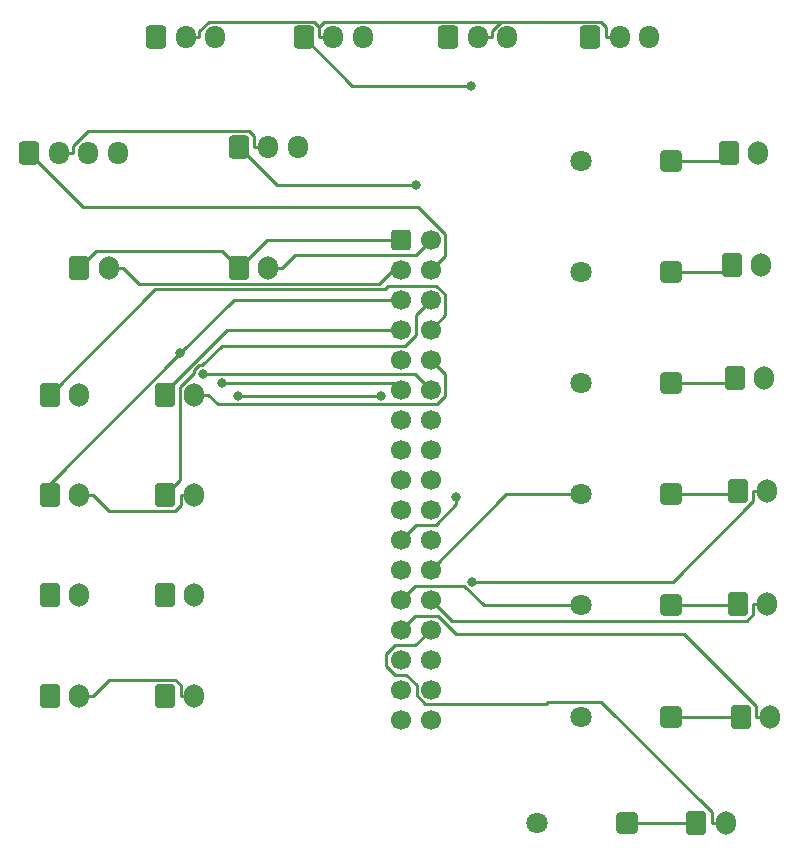
<source format=gbr>
%TF.GenerationSoftware,KiCad,Pcbnew,9.0.4*%
%TF.CreationDate,2025-11-16T16:02:53+10:00*%
%TF.ProjectId,Jet Ranger Auto Pilot Audio,4a657420-5261-46e6-9765-72204175746f,rev?*%
%TF.SameCoordinates,Original*%
%TF.FileFunction,Copper,L2,Bot*%
%TF.FilePolarity,Positive*%
%FSLAX46Y46*%
G04 Gerber Fmt 4.6, Leading zero omitted, Abs format (unit mm)*
G04 Created by KiCad (PCBNEW 9.0.4) date 2025-11-16 16:02:53*
%MOMM*%
%LPD*%
G01*
G04 APERTURE LIST*
G04 Aperture macros list*
%AMRoundRect*
0 Rectangle with rounded corners*
0 $1 Rounding radius*
0 $2 $3 $4 $5 $6 $7 $8 $9 X,Y pos of 4 corners*
0 Add a 4 corners polygon primitive as box body*
4,1,4,$2,$3,$4,$5,$6,$7,$8,$9,$2,$3,0*
0 Add four circle primitives for the rounded corners*
1,1,$1+$1,$2,$3*
1,1,$1+$1,$4,$5*
1,1,$1+$1,$6,$7*
1,1,$1+$1,$8,$9*
0 Add four rect primitives between the rounded corners*
20,1,$1+$1,$2,$3,$4,$5,0*
20,1,$1+$1,$4,$5,$6,$7,0*
20,1,$1+$1,$6,$7,$8,$9,0*
20,1,$1+$1,$8,$9,$2,$3,0*%
G04 Aperture macros list end*
%TA.AperFunction,ComponentPad*%
%ADD10RoundRect,0.250000X-0.600000X-0.750000X0.600000X-0.750000X0.600000X0.750000X-0.600000X0.750000X0*%
%TD*%
%TA.AperFunction,ComponentPad*%
%ADD11O,1.700000X2.000000*%
%TD*%
%TA.AperFunction,ComponentPad*%
%ADD12RoundRect,0.250000X0.650000X0.650000X-0.650000X0.650000X-0.650000X-0.650000X0.650000X-0.650000X0*%
%TD*%
%TA.AperFunction,ComponentPad*%
%ADD13C,1.800000*%
%TD*%
%TA.AperFunction,ComponentPad*%
%ADD14RoundRect,0.250000X-0.600000X-0.725000X0.600000X-0.725000X0.600000X0.725000X-0.600000X0.725000X0*%
%TD*%
%TA.AperFunction,ComponentPad*%
%ADD15O,1.700000X1.950000*%
%TD*%
%TA.AperFunction,ComponentPad*%
%ADD16RoundRect,0.250000X-0.600000X-0.600000X0.600000X-0.600000X0.600000X0.600000X-0.600000X0.600000X0*%
%TD*%
%TA.AperFunction,ComponentPad*%
%ADD17C,1.700000*%
%TD*%
%TA.AperFunction,ViaPad*%
%ADD18C,0.800000*%
%TD*%
%TA.AperFunction,Conductor*%
%ADD19C,0.250000*%
%TD*%
G04 APERTURE END LIST*
D10*
%TO.P,SW7,1,1*%
%TO.N,Net-(D2-K)*%
X153250000Y-112100000D03*
D11*
%TO.P,SW7,2,2*%
%TO.N,ROW1*%
X155750000Y-112100000D03*
%TD*%
D10*
%TO.P,SW10,1,1*%
%TO.N,Net-(D9-K)*%
X153500000Y-131200000D03*
D11*
%TO.P,SW10,2,2*%
%TO.N,ROW0*%
X156000000Y-131200000D03*
%TD*%
D10*
%TO.P,D12,1,A*%
%TO.N,/ANNODE_01*%
X105000000Y-122000000D03*
D11*
%TO.P,D12,2,K*%
%TO.N,/CATHODE_01*%
X107500000Y-122000000D03*
%TD*%
D10*
%TO.P,J2,1,Pin_1*%
%TO.N,/+12v-IN*%
X111250000Y-102750000D03*
D11*
%TO.P,J2,2,Pin_2*%
%TO.N,/BACKLIGHT_PANELS*%
X113750000Y-102750000D03*
%TD*%
D12*
%TO.P,D4,1,K*%
%TO.N,Net-(D4-K)*%
X147870000Y-121950000D03*
D13*
%TO.P,D4,2,A*%
%TO.N,COL1*%
X140250000Y-121950000D03*
%TD*%
D10*
%TO.P,D6,1,A*%
%TO.N,/ANNODE_02*%
X95250000Y-130500000D03*
D11*
%TO.P,D6,2,K*%
%TO.N,/CATHODE_00*%
X97750000Y-130500000D03*
%TD*%
D14*
%TO.P,SW2,1,A*%
%TO.N,/ALT_A*%
X129000000Y-83250000D03*
D15*
%TO.P,SW2,2,C*%
%TO.N,GND*%
X131500000Y-83250000D03*
%TO.P,SW2,3,B*%
%TO.N,/ALT_B*%
X134000000Y-83250000D03*
%TD*%
D10*
%TO.P,D8,1,A*%
%TO.N,/ANNODE_00*%
X105000000Y-139000000D03*
D11*
%TO.P,D8,2,K*%
%TO.N,/CATHODE_00*%
X107500000Y-139000000D03*
%TD*%
D10*
%TO.P,SW8,1,1*%
%TO.N,Net-(D3-K)*%
X153000000Y-102550000D03*
D11*
%TO.P,SW8,2,2*%
%TO.N,ROW2*%
X155500000Y-102550000D03*
%TD*%
D10*
%TO.P,SW11,1,1*%
%TO.N,Net-(D10-K)*%
X153750000Y-140750000D03*
D11*
%TO.P,SW11,2,2*%
%TO.N,ROW1*%
X156250000Y-140750000D03*
%TD*%
D16*
%TO.P,J3,1,Pin_1*%
%TO.N,/+12v-IN*%
X124960000Y-100380000D03*
D17*
%TO.P,J3,2,Pin_2*%
%TO.N,/BACKLIGHT_PANELS*%
X127500000Y-100380000D03*
%TO.P,J3,3,Pin_3*%
%TO.N,/AP_MAG_SWITCH_COIL*%
X124960000Y-102920000D03*
%TO.P,J3,4,Pin_4*%
%TO.N,+3.3V*%
X127500000Y-102920000D03*
%TO.P,J3,5,Pin_5*%
%TO.N,/ANNODE_00*%
X124960000Y-105460000D03*
%TO.P,J3,6,Pin_6*%
%TO.N,/ANNODE_01*%
X127500000Y-105460000D03*
%TO.P,J3,7,Pin_7*%
%TO.N,/ANNODE_02*%
X124960000Y-108000000D03*
%TO.P,J3,8,Pin_8*%
%TO.N,/ANNODE_03*%
X127500000Y-108000000D03*
%TO.P,J3,9,Pin_9*%
%TO.N,/CATHODE_00*%
X124960000Y-110540000D03*
%TO.P,J3,10,Pin_10*%
%TO.N,/CATHODE_01*%
X127500000Y-110540000D03*
%TO.P,J3,11,Pin_11*%
%TO.N,AP_OLED_SC*%
X124960000Y-113080000D03*
%TO.P,J3,12,Pin_12*%
%TO.N,AP_OLED_SD*%
X127500000Y-113080000D03*
%TO.P,J3,13,Pin_13*%
%TO.N,GND*%
X124960000Y-115620000D03*
%TO.P,J3,14,Pin_14*%
%TO.N,/CRS_A*%
X127500000Y-115620000D03*
%TO.P,J3,15,Pin_15*%
%TO.N,/CRS_B*%
X124960000Y-118160000D03*
%TO.P,J3,16,Pin_16*%
%TO.N,/ALT_A*%
X127500000Y-118160000D03*
%TO.P,J3,17,Pin_17*%
%TO.N,/ALT_B*%
X124960000Y-120700000D03*
%TO.P,J3,18,Pin_18*%
%TO.N,/VS_B*%
X127500000Y-120700000D03*
%TO.P,J3,19,Pin_19*%
%TO.N,/VS_A*%
X124960000Y-123240000D03*
%TO.P,J3,20,Pin_20*%
%TO.N,/HDG_B*%
X127500000Y-123240000D03*
%TO.P,J3,21,Pin_21*%
%TO.N,/HDG_A*%
X124960000Y-125780000D03*
%TO.P,J3,22,Pin_22*%
%TO.N,/IAS_A*%
X127500000Y-125780000D03*
%TO.P,J3,23,Pin_23*%
%TO.N,/IAS_B*%
X124960000Y-128320000D03*
%TO.P,J3,24,Pin_24*%
%TO.N,COL1*%
X127500000Y-128320000D03*
%TO.P,J3,25,Pin_25*%
%TO.N,COL2*%
X124960000Y-130860000D03*
%TO.P,J3,26,Pin_26*%
%TO.N,ROW0*%
X127500000Y-130860000D03*
%TO.P,J3,27,Pin_27*%
%TO.N,ROW1*%
X124960000Y-133400000D03*
%TO.P,J3,28,Pin_28*%
%TO.N,ROW2*%
X127500000Y-133400000D03*
%TO.P,J3,29,Pin_29*%
%TO.N,ROW3*%
X124960000Y-135940000D03*
%TO.P,J3,30,Pin_30*%
%TO.N,unconnected-(J3-Pin_30-Pad30)*%
X127500000Y-135940000D03*
%TO.P,J3,31,Pin_31*%
%TO.N,unconnected-(J3-Pin_31-Pad31)*%
X124960000Y-138480000D03*
%TO.P,J3,32,Pin_32*%
%TO.N,unconnected-(J3-Pin_32-Pad32)*%
X127500000Y-138480000D03*
%TO.P,J3,33,Pin_33*%
%TO.N,unconnected-(J3-Pin_33-Pad33)*%
X124960000Y-141020000D03*
%TO.P,J3,34,Pin_34*%
%TO.N,unconnected-(J3-Pin_34-Pad34)*%
X127500000Y-141020000D03*
%TD*%
D10*
%TO.P,SW12,1,1*%
%TO.N,Net-(D11-K)*%
X150000000Y-149750000D03*
D11*
%TO.P,SW12,2,2*%
%TO.N,ROW2*%
X152500000Y-149750000D03*
%TD*%
D14*
%TO.P,SW5,1,A*%
%TO.N,/HDG_A*%
X116750000Y-83250000D03*
D15*
%TO.P,SW5,2,C*%
%TO.N,GND*%
X119250000Y-83250000D03*
%TO.P,SW5,3,B*%
%TO.N,/HDG_B*%
X121750000Y-83250000D03*
%TD*%
D12*
%TO.P,D2,1,K*%
%TO.N,Net-(D2-K)*%
X147870000Y-112550000D03*
D13*
%TO.P,D2,2,A*%
%TO.N,COL1*%
X140250000Y-112550000D03*
%TD*%
D10*
%TO.P,D14,1,A*%
%TO.N,/ANNODE_03*%
X95250000Y-113500000D03*
D11*
%TO.P,D14,2,K*%
%TO.N,/CATHODE_01*%
X97750000Y-113500000D03*
%TD*%
D10*
%TO.P,L1,1,-*%
%TO.N,/+12v-IN*%
X97750000Y-102750000D03*
D11*
%TO.P,L1,2,+*%
%TO.N,/AP_MAG_SWITCH_COIL*%
X100250000Y-102750000D03*
%TD*%
D10*
%TO.P,D5,1,A*%
%TO.N,/ANNODE_01*%
X105000000Y-130500000D03*
D11*
%TO.P,D5,2,K*%
%TO.N,/CATHODE_00*%
X107500000Y-130500000D03*
%TD*%
D10*
%TO.P,D15,1,A*%
%TO.N,/ANNODE_00*%
X95250000Y-122000000D03*
D11*
%TO.P,D15,2,K*%
%TO.N,/CATHODE_01*%
X97750000Y-122000000D03*
%TD*%
D14*
%TO.P,J1,1,Pin_1*%
%TO.N,+3.3V*%
X93500000Y-93000000D03*
D15*
%TO.P,J1,2,Pin_2*%
%TO.N,GND*%
X96000000Y-93000000D03*
%TO.P,J1,3,Pin_3*%
%TO.N,AP_OLED_SC*%
X98500000Y-93000000D03*
%TO.P,J1,4,Pin_4*%
%TO.N,AP_OLED_SD*%
X101000000Y-93000000D03*
%TD*%
D12*
%TO.P,D1,1,K*%
%TO.N,Net-(D1-K)*%
X147870000Y-93750000D03*
D13*
%TO.P,D1,2,A*%
%TO.N,COL1*%
X140250000Y-93750000D03*
%TD*%
D10*
%TO.P,SW9,1,1*%
%TO.N,Net-(D4-K)*%
X153500000Y-121650000D03*
D11*
%TO.P,SW9,2,2*%
%TO.N,ROW3*%
X156000000Y-121650000D03*
%TD*%
D12*
%TO.P,D11,1,K*%
%TO.N,Net-(D11-K)*%
X144120000Y-149750000D03*
D13*
%TO.P,D11,2,A*%
%TO.N,COL2*%
X136500000Y-149750000D03*
%TD*%
D12*
%TO.P,D9,1,K*%
%TO.N,Net-(D9-K)*%
X147870000Y-131350000D03*
D13*
%TO.P,D9,2,A*%
%TO.N,COL2*%
X140250000Y-131350000D03*
%TD*%
D10*
%TO.P,D13,1,A*%
%TO.N,/ANNODE_02*%
X105000000Y-113500000D03*
D11*
%TO.P,D13,2,K*%
%TO.N,/CATHODE_01*%
X107500000Y-113500000D03*
%TD*%
D12*
%TO.P,D3,1,K*%
%TO.N,Net-(D3-K)*%
X147870000Y-103150000D03*
D13*
%TO.P,D3,2,A*%
%TO.N,COL1*%
X140250000Y-103150000D03*
%TD*%
D10*
%TO.P,D7,1,A*%
%TO.N,/ANNODE_03*%
X95250000Y-139000000D03*
D11*
%TO.P,D7,2,K*%
%TO.N,/CATHODE_00*%
X97750000Y-139000000D03*
%TD*%
D14*
%TO.P,SW3,1,A*%
%TO.N,/VS_A*%
X104250000Y-83250000D03*
D15*
%TO.P,SW3,2,C*%
%TO.N,GND*%
X106750000Y-83250000D03*
%TO.P,SW3,3,B*%
%TO.N,/VS_B*%
X109250000Y-83250000D03*
%TD*%
D14*
%TO.P,SW1,1,A*%
%TO.N,/CRS_A*%
X111250000Y-92500000D03*
D15*
%TO.P,SW1,2,C*%
%TO.N,GND*%
X113750000Y-92500000D03*
%TO.P,SW1,3,B*%
%TO.N,/CRS_B*%
X116250000Y-92500000D03*
%TD*%
D14*
%TO.P,SW4,1,A*%
%TO.N,/IAS_A*%
X141000000Y-83250000D03*
D15*
%TO.P,SW4,2,C*%
%TO.N,GND*%
X143500000Y-83250000D03*
%TO.P,SW4,3,B*%
%TO.N,/IAS_B*%
X146000000Y-83250000D03*
%TD*%
D12*
%TO.P,D10,1,K*%
%TO.N,Net-(D10-K)*%
X147870000Y-140750000D03*
D13*
%TO.P,D10,2,A*%
%TO.N,COL2*%
X140250000Y-140750000D03*
%TD*%
D10*
%TO.P,SW6,1,A*%
%TO.N,Net-(D1-K)*%
X152750000Y-93000000D03*
D11*
%TO.P,SW6,2,B*%
%TO.N,ROW0*%
X155250000Y-93000000D03*
%TD*%
D18*
%TO.N,ROW3*%
X131031400Y-129367600D03*
%TO.N,/CATHODE_00*%
X123326400Y-113591800D03*
X111147900Y-113591800D03*
%TO.N,/ANNODE_00*%
X106307000Y-109972400D03*
%TO.N,AP_OLED_SC*%
X109865200Y-112554000D03*
%TO.N,AP_OLED_SD*%
X108192300Y-111718000D03*
%TO.N,/CRS_A*%
X126286100Y-95725300D03*
%TO.N,/HDG_A*%
X129631000Y-122123000D03*
X130926200Y-87362500D03*
%TD*%
D19*
%TO.N,Net-(D1-K)*%
X152000000Y-93750000D02*
X152750000Y-93000000D01*
X147870000Y-93750000D02*
X152000000Y-93750000D01*
%TO.N,Net-(D2-K)*%
X152800000Y-112550000D02*
X153250000Y-112100000D01*
X147870000Y-112550000D02*
X152800000Y-112550000D01*
%TO.N,Net-(D3-K)*%
X147870000Y-103150000D02*
X152400000Y-103150000D01*
X152400000Y-103150000D02*
X153000000Y-102550000D01*
%TO.N,Net-(D4-K)*%
X153200000Y-121950000D02*
X153500000Y-121650000D01*
X147870000Y-121950000D02*
X153200000Y-121950000D01*
%TO.N,GND*%
X112573300Y-91617500D02*
X112573300Y-92500000D01*
X112141400Y-91185600D02*
X112573300Y-91617500D01*
X133469000Y-81942900D02*
X132676700Y-82735200D01*
X107926700Y-83250000D02*
X107926700Y-82735200D01*
X108752000Y-81909900D02*
X117615700Y-81909900D01*
X131500000Y-83250000D02*
X132676700Y-83250000D01*
X106750000Y-83250000D02*
X107926700Y-83250000D01*
X97176700Y-93000000D02*
X97176700Y-92485200D01*
X96000000Y-93000000D02*
X97176700Y-93000000D01*
X142323300Y-82367500D02*
X141898700Y-81942900D01*
X107926700Y-82735200D02*
X108752000Y-81909900D01*
X141898700Y-81942900D02*
X133469000Y-81942900D01*
X97176700Y-92485200D02*
X98476300Y-91185600D01*
X119250000Y-83250000D02*
X118073300Y-83250000D01*
X98476300Y-91185600D02*
X112141400Y-91185600D01*
X143500000Y-83250000D02*
X142323300Y-83250000D01*
X117615700Y-81909900D02*
X118073300Y-82367500D01*
X133469000Y-81942900D02*
X118497900Y-81942900D01*
X142323300Y-83250000D02*
X142323300Y-82367500D01*
X113750000Y-92500000D02*
X112573300Y-92500000D01*
X132676700Y-82735200D02*
X132676700Y-83250000D01*
X118073300Y-82367500D02*
X118073300Y-83250000D01*
X118497900Y-81942900D02*
X118073300Y-82367500D01*
%TO.N,ROW0*%
X154262200Y-132643600D02*
X129283600Y-132643600D01*
X154823300Y-132082500D02*
X154262200Y-132643600D01*
X156000000Y-131200000D02*
X154823300Y-131200000D01*
X129283600Y-132643600D02*
X127500000Y-130860000D01*
X154823300Y-131200000D02*
X154823300Y-132082500D01*
%TO.N,ROW1*%
X148974300Y-133768500D02*
X129651200Y-133768500D01*
X156250000Y-140750000D02*
X155073300Y-140750000D01*
X155073300Y-140750000D02*
X155073300Y-139867500D01*
X126150600Y-132209400D02*
X124960000Y-133400000D01*
X129651200Y-133768500D02*
X128092100Y-132209400D01*
X128092100Y-132209400D02*
X126150600Y-132209400D01*
X155073300Y-139867500D02*
X148974300Y-133768500D01*
%TO.N,+3.3V*%
X93500000Y-93000000D02*
X98088400Y-97588400D01*
X98088400Y-97588400D02*
X126419900Y-97588400D01*
X128694200Y-101725800D02*
X127500000Y-102920000D01*
X128694200Y-99862700D02*
X128694200Y-101725800D01*
X126419900Y-97588400D02*
X128694200Y-99862700D01*
%TO.N,ROW2*%
X125419000Y-137210000D02*
X126323300Y-138114300D01*
X126323300Y-138967400D02*
X127012600Y-139656700D01*
X126323300Y-138114300D02*
X126323300Y-138967400D01*
X124491800Y-134705600D02*
X123761600Y-135435800D01*
X123761600Y-136481200D02*
X124490400Y-137210000D01*
X137299700Y-139656700D02*
X137450200Y-139506200D01*
X124490400Y-137210000D02*
X125419000Y-137210000D01*
X141962000Y-139506200D02*
X151323300Y-148867500D01*
X127500000Y-133400000D02*
X126194400Y-134705600D01*
X137450200Y-139506200D02*
X141962000Y-139506200D01*
X127012600Y-139656700D02*
X137299700Y-139656700D01*
X152500000Y-149750000D02*
X151323300Y-149750000D01*
X151323300Y-148867500D02*
X151323300Y-149750000D01*
X126194400Y-134705600D02*
X124491800Y-134705600D01*
X123761600Y-135435800D02*
X123761600Y-136481200D01*
%TO.N,ROW3*%
X156000000Y-121650000D02*
X154823300Y-121650000D01*
X147988200Y-129367600D02*
X154823300Y-122532500D01*
X131031400Y-129367600D02*
X147988200Y-129367600D01*
X154823300Y-122532500D02*
X154823300Y-121650000D01*
%TO.N,/BACKLIGHT_PANELS*%
X127500000Y-100380000D02*
X126229500Y-101650500D01*
X116026200Y-101650500D02*
X114926700Y-102750000D01*
X126229500Y-101650500D02*
X116026200Y-101650500D01*
X113750000Y-102750000D02*
X114926700Y-102750000D01*
%TO.N,/+12v-IN*%
X113620000Y-100380000D02*
X124960000Y-100380000D01*
X109869200Y-101369200D02*
X111250000Y-102750000D01*
X97750000Y-102750000D02*
X99130800Y-101369200D01*
X111250000Y-102750000D02*
X113620000Y-100380000D01*
X99130800Y-101369200D02*
X109869200Y-101369200D01*
%TO.N,COL1*%
X127500000Y-128320000D02*
X133870000Y-121950000D01*
X133870000Y-121950000D02*
X140250000Y-121950000D01*
%TO.N,/CATHODE_00*%
X123326400Y-113591800D02*
X111147900Y-113591800D01*
X97750000Y-139000000D02*
X98926700Y-139000000D01*
X106323300Y-139000000D02*
X106323300Y-138117500D01*
X100260400Y-137666300D02*
X98926700Y-139000000D01*
X105872100Y-137666300D02*
X100260400Y-137666300D01*
X106323300Y-138117500D02*
X105872100Y-137666300D01*
X107500000Y-139000000D02*
X106323300Y-139000000D01*
%TO.N,/ANNODE_01*%
X106307000Y-120693000D02*
X105000000Y-122000000D01*
X106307000Y-112855300D02*
X106307000Y-120693000D01*
X125298900Y-109362000D02*
X109800300Y-109362000D01*
X126230000Y-108430900D02*
X125298900Y-109362000D01*
X107465600Y-111696700D02*
X106307000Y-112855300D01*
X108171000Y-110991300D02*
X107891400Y-110991300D01*
X107465600Y-111417100D02*
X107465600Y-111696700D01*
X109800300Y-109362000D02*
X108171000Y-110991300D01*
X107891400Y-110991300D02*
X107465600Y-111417100D01*
X126230000Y-106730000D02*
X126230000Y-108430900D01*
X127500000Y-105460000D02*
X126230000Y-106730000D01*
%TO.N,/ANNODE_02*%
X110243900Y-108000000D02*
X105000000Y-113243900D01*
X124960000Y-108000000D02*
X110243900Y-108000000D01*
X105000000Y-113243900D02*
X105000000Y-113500000D01*
%TO.N,/ANNODE_03*%
X123927200Y-104271000D02*
X123606700Y-104591500D01*
X104158500Y-104591500D02*
X95250000Y-113500000D01*
X127980200Y-104271000D02*
X123927200Y-104271000D01*
X127500000Y-108000000D02*
X128715500Y-106784500D01*
X128715500Y-106784500D02*
X128715500Y-105006300D01*
X123606700Y-104591500D02*
X104158500Y-104591500D01*
X128715500Y-105006300D02*
X127980200Y-104271000D01*
%TO.N,/ANNODE_00*%
X95250000Y-121029400D02*
X95250000Y-122000000D01*
X110819400Y-105460000D02*
X106307000Y-109972400D01*
X124960000Y-105460000D02*
X110819400Y-105460000D01*
X106307000Y-109972400D02*
X95250000Y-121029400D01*
%TO.N,COL2*%
X124960000Y-130860000D02*
X126151500Y-129668500D01*
X126151500Y-129668500D02*
X130304700Y-129668500D01*
X131986200Y-131350000D02*
X140250000Y-131350000D01*
X130304700Y-129668500D02*
X131986200Y-131350000D01*
%TO.N,Net-(D9-K)*%
X153350000Y-131350000D02*
X153500000Y-131200000D01*
X147870000Y-131350000D02*
X153350000Y-131350000D01*
%TO.N,Net-(D10-K)*%
X147870000Y-140750000D02*
X153750000Y-140750000D01*
%TO.N,Net-(D11-K)*%
X144120000Y-149750000D02*
X150000000Y-149750000D01*
%TO.N,/CATHODE_01*%
X128713500Y-111753500D02*
X127500000Y-110540000D01*
X107500000Y-113500000D02*
X108676700Y-113500000D01*
X128036900Y-114318500D02*
X128713500Y-113641900D01*
X106323300Y-122882500D02*
X106323300Y-122000000D01*
X97750000Y-122000000D02*
X98926700Y-122000000D01*
X105872100Y-123333700D02*
X106323300Y-122882500D01*
X100260400Y-123333700D02*
X105872100Y-123333700D01*
X98926700Y-122000000D02*
X100260400Y-123333700D01*
X107500000Y-122000000D02*
X106323300Y-122000000D01*
X109495200Y-114318500D02*
X128036900Y-114318500D01*
X128713500Y-113641900D02*
X128713500Y-111753500D01*
X108676700Y-113500000D02*
X109495200Y-114318500D01*
%TO.N,AP_OLED_SC*%
X124960000Y-113080000D02*
X124434000Y-112554000D01*
X124434000Y-112554000D02*
X109865200Y-112554000D01*
%TO.N,AP_OLED_SD*%
X126138000Y-111718000D02*
X108192300Y-111718000D01*
X127500000Y-113080000D02*
X126138000Y-111718000D01*
%TO.N,/CRS_A*%
X114475300Y-95725300D02*
X126286100Y-95725300D01*
X111250000Y-92500000D02*
X114475300Y-95725300D01*
%TO.N,/AP_MAG_SWITCH_COIL*%
X123129400Y-104111900D02*
X102788600Y-104111900D01*
X102788600Y-104111900D02*
X101426700Y-102750000D01*
X100250000Y-102750000D02*
X101426700Y-102750000D01*
X124960000Y-102920000D02*
X124321300Y-102920000D01*
X124321300Y-102920000D02*
X123129400Y-104111900D01*
%TO.N,/HDG_A*%
X126229900Y-124510100D02*
X127911500Y-124510100D01*
X124960000Y-125780000D02*
X126229900Y-124510100D01*
X130926200Y-87362500D02*
X120862500Y-87362500D01*
X127911500Y-124510100D02*
X129631000Y-122790600D01*
X120862500Y-87362500D02*
X116750000Y-83250000D01*
X129631000Y-122790600D02*
X129631000Y-122123000D01*
%TD*%
M02*

</source>
